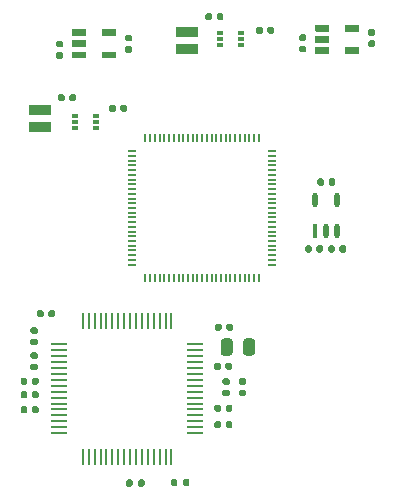
<source format=gtp>
G04 #@! TF.GenerationSoftware,KiCad,Pcbnew,(5.1.10)-1*
G04 #@! TF.CreationDate,2022-03-18T02:24:13-07:00*
G04 #@! TF.ProjectId,Chekov,4368656b-6f76-42e6-9b69-6361645f7063,rev?*
G04 #@! TF.SameCoordinates,Original*
G04 #@! TF.FileFunction,Paste,Top*
G04 #@! TF.FilePolarity,Positive*
%FSLAX46Y46*%
G04 Gerber Fmt 4.6, Leading zero omitted, Abs format (unit mm)*
G04 Created by KiCad (PCBNEW (5.1.10)-1) date 2022-03-18 02:24:13*
%MOMM*%
%LPD*%
G01*
G04 APERTURE LIST*
%ADD10O,0.457200X1.219200*%
%ADD11R,0.457200X1.219200*%
%ADD12O,0.200000X0.800000*%
%ADD13O,0.800000X0.200000*%
%ADD14R,1.346200X0.279400*%
%ADD15R,0.279400X1.346200*%
%ADD16R,0.500000X0.300000*%
%ADD17R,1.900000X0.850000*%
G04 APERTURE END LIST*
D10*
G04 #@! TO.C,U7*
X106034799Y-67981200D03*
X107934801Y-67981200D03*
X107934801Y-70601200D03*
X106984800Y-70601200D03*
D11*
X106034799Y-70601200D03*
G04 #@! TD*
G04 #@! TO.C,C24*
G36*
G01*
X107235600Y-66616400D02*
X107235600Y-66276400D01*
G75*
G02*
X107375600Y-66136400I140000J0D01*
G01*
X107655600Y-66136400D01*
G75*
G02*
X107795600Y-66276400I0J-140000D01*
G01*
X107795600Y-66616400D01*
G75*
G02*
X107655600Y-66756400I-140000J0D01*
G01*
X107375600Y-66756400D01*
G75*
G02*
X107235600Y-66616400I0J140000D01*
G01*
G37*
G36*
G01*
X106275600Y-66616400D02*
X106275600Y-66276400D01*
G75*
G02*
X106415600Y-66136400I140000J0D01*
G01*
X106695600Y-66136400D01*
G75*
G02*
X106835600Y-66276400I0J-140000D01*
G01*
X106835600Y-66616400D01*
G75*
G02*
X106695600Y-66756400I-140000J0D01*
G01*
X106415600Y-66756400D01*
G75*
G02*
X106275600Y-66616400I0J140000D01*
G01*
G37*
G04 #@! TD*
G04 #@! TO.C,C23*
G36*
G01*
X107750000Y-71940600D02*
X107750000Y-72280600D01*
G75*
G02*
X107610000Y-72420600I-140000J0D01*
G01*
X107330000Y-72420600D01*
G75*
G02*
X107190000Y-72280600I0J140000D01*
G01*
X107190000Y-71940600D01*
G75*
G02*
X107330000Y-71800600I140000J0D01*
G01*
X107610000Y-71800600D01*
G75*
G02*
X107750000Y-71940600I0J-140000D01*
G01*
G37*
G36*
G01*
X108710000Y-71940600D02*
X108710000Y-72280600D01*
G75*
G02*
X108570000Y-72420600I-140000J0D01*
G01*
X108290000Y-72420600D01*
G75*
G02*
X108150000Y-72280600I0J140000D01*
G01*
X108150000Y-71940600D01*
G75*
G02*
X108290000Y-71800600I140000J0D01*
G01*
X108570000Y-71800600D01*
G75*
G02*
X108710000Y-71940600I0J-140000D01*
G01*
G37*
G04 #@! TD*
G04 #@! TO.C,C22*
G36*
G01*
X106194200Y-72280600D02*
X106194200Y-71940600D01*
G75*
G02*
X106334200Y-71800600I140000J0D01*
G01*
X106614200Y-71800600D01*
G75*
G02*
X106754200Y-71940600I0J-140000D01*
G01*
X106754200Y-72280600D01*
G75*
G02*
X106614200Y-72420600I-140000J0D01*
G01*
X106334200Y-72420600D01*
G75*
G02*
X106194200Y-72280600I0J140000D01*
G01*
G37*
G36*
G01*
X105234200Y-72280600D02*
X105234200Y-71940600D01*
G75*
G02*
X105374200Y-71800600I140000J0D01*
G01*
X105654200Y-71800600D01*
G75*
G02*
X105794200Y-71940600I0J-140000D01*
G01*
X105794200Y-72280600D01*
G75*
G02*
X105654200Y-72420600I-140000J0D01*
G01*
X105374200Y-72420600D01*
G75*
G02*
X105234200Y-72280600I0J140000D01*
G01*
G37*
G04 #@! TD*
D12*
G04 #@! TO.C,U6*
X91720000Y-62738000D03*
X92120000Y-62738000D03*
X92520000Y-62738000D03*
X92920000Y-62738000D03*
X93320000Y-62738000D03*
X93720000Y-62738000D03*
X94120000Y-62738000D03*
X94520000Y-62738000D03*
X94920000Y-62738000D03*
X95320000Y-62738000D03*
X95720000Y-62738000D03*
X96120000Y-62738000D03*
X96520000Y-62738000D03*
X96920000Y-62738000D03*
X97320000Y-62738000D03*
X97720000Y-62738000D03*
X98120000Y-62738000D03*
X98520000Y-62738000D03*
X98920000Y-62738000D03*
X99320000Y-62738000D03*
X99720000Y-62738000D03*
X100120000Y-62738000D03*
X100520000Y-62738000D03*
X100920000Y-62738000D03*
X101320000Y-62738000D03*
D13*
X102420000Y-63838000D03*
X102420000Y-64238000D03*
X102420000Y-64638000D03*
X102420000Y-65038000D03*
X102420000Y-65438000D03*
X102420000Y-65838000D03*
X102420000Y-66238000D03*
X102420000Y-66638000D03*
X102420000Y-67038000D03*
X102420000Y-67438000D03*
X102420000Y-67838000D03*
X102420000Y-68238000D03*
X102420000Y-68638000D03*
X102420000Y-69038000D03*
X102420000Y-69438000D03*
X102420000Y-69838000D03*
X102420000Y-70238000D03*
X102420000Y-70638000D03*
X102420000Y-71038000D03*
X102420000Y-71438000D03*
X102420000Y-71838000D03*
X102420000Y-72238000D03*
X102420000Y-72638000D03*
X102420000Y-73038000D03*
X102420000Y-73438000D03*
D12*
X101320000Y-74538000D03*
X100920000Y-74538000D03*
X100520000Y-74538000D03*
X100120000Y-74538000D03*
X99720000Y-74538000D03*
X99320000Y-74538000D03*
X98920000Y-74538000D03*
X98520000Y-74538000D03*
X98120000Y-74538000D03*
X97720000Y-74538000D03*
X97320000Y-74538000D03*
X96920000Y-74538000D03*
X96520000Y-74538000D03*
X96120000Y-74538000D03*
X95720000Y-74538000D03*
X95320000Y-74538000D03*
X94920000Y-74538000D03*
X94520000Y-74538000D03*
X94120000Y-74538000D03*
X93720000Y-74538000D03*
X93320000Y-74538000D03*
X92920000Y-74538000D03*
X92520000Y-74538000D03*
X92120000Y-74538000D03*
X91720000Y-74538000D03*
D13*
X90620000Y-73438000D03*
X90620000Y-73038000D03*
X90620000Y-72638000D03*
X90620000Y-72238000D03*
X90620000Y-71838000D03*
X90620000Y-71438000D03*
X90620000Y-71038000D03*
X90620000Y-70638000D03*
X90620000Y-70238000D03*
X90620000Y-69838000D03*
X90620000Y-69438000D03*
X90620000Y-69038000D03*
X90620000Y-68638000D03*
X90620000Y-68238000D03*
X90620000Y-67838000D03*
X90620000Y-67438000D03*
X90620000Y-67038000D03*
X90620000Y-66638000D03*
X90620000Y-66238000D03*
X90620000Y-65838000D03*
X90620000Y-65438000D03*
X90620000Y-65038000D03*
X90620000Y-64638000D03*
X90620000Y-64238000D03*
X90620000Y-63838000D03*
G04 #@! TD*
G04 #@! TO.C,R2*
G36*
G01*
X91113580Y-92120300D02*
X91113580Y-91750300D01*
G75*
G02*
X91248580Y-91615300I135000J0D01*
G01*
X91518580Y-91615300D01*
G75*
G02*
X91653580Y-91750300I0J-135000D01*
G01*
X91653580Y-92120300D01*
G75*
G02*
X91518580Y-92255300I-135000J0D01*
G01*
X91248580Y-92255300D01*
G75*
G02*
X91113580Y-92120300I0J135000D01*
G01*
G37*
G36*
G01*
X90093580Y-92120300D02*
X90093580Y-91750300D01*
G75*
G02*
X90228580Y-91615300I135000J0D01*
G01*
X90498580Y-91615300D01*
G75*
G02*
X90633580Y-91750300I0J-135000D01*
G01*
X90633580Y-92120300D01*
G75*
G02*
X90498580Y-92255300I-135000J0D01*
G01*
X90228580Y-92255300D01*
G75*
G02*
X90093580Y-92120300I0J135000D01*
G01*
G37*
G04 #@! TD*
G04 #@! TO.C,R1*
G36*
G01*
X94903260Y-92072040D02*
X94903260Y-91702040D01*
G75*
G02*
X95038260Y-91567040I135000J0D01*
G01*
X95308260Y-91567040D01*
G75*
G02*
X95443260Y-91702040I0J-135000D01*
G01*
X95443260Y-92072040D01*
G75*
G02*
X95308260Y-92207040I-135000J0D01*
G01*
X95038260Y-92207040D01*
G75*
G02*
X94903260Y-92072040I0J135000D01*
G01*
G37*
G36*
G01*
X93883260Y-92072040D02*
X93883260Y-91702040D01*
G75*
G02*
X94018260Y-91567040I135000J0D01*
G01*
X94288260Y-91567040D01*
G75*
G02*
X94423260Y-91702040I0J-135000D01*
G01*
X94423260Y-92072040D01*
G75*
G02*
X94288260Y-92207040I-135000J0D01*
G01*
X94018260Y-92207040D01*
G75*
G02*
X93883260Y-92072040I0J135000D01*
G01*
G37*
G04 #@! TD*
G04 #@! TO.C,C4*
G36*
G01*
X97764000Y-52621000D02*
X97764000Y-52281000D01*
G75*
G02*
X97904000Y-52141000I140000J0D01*
G01*
X98184000Y-52141000D01*
G75*
G02*
X98324000Y-52281000I0J-140000D01*
G01*
X98324000Y-52621000D01*
G75*
G02*
X98184000Y-52761000I-140000J0D01*
G01*
X97904000Y-52761000D01*
G75*
G02*
X97764000Y-52621000I0J140000D01*
G01*
G37*
G36*
G01*
X96804000Y-52621000D02*
X96804000Y-52281000D01*
G75*
G02*
X96944000Y-52141000I140000J0D01*
G01*
X97224000Y-52141000D01*
G75*
G02*
X97364000Y-52281000I0J-140000D01*
G01*
X97364000Y-52621000D01*
G75*
G02*
X97224000Y-52761000I-140000J0D01*
G01*
X96944000Y-52761000D01*
G75*
G02*
X96804000Y-52621000I0J140000D01*
G01*
G37*
G04 #@! TD*
G04 #@! TO.C,C8*
G36*
G01*
X99092600Y-79938860D02*
X99092600Y-80888860D01*
G75*
G02*
X98842600Y-81138860I-250000J0D01*
G01*
X98342600Y-81138860D01*
G75*
G02*
X98092600Y-80888860I0J250000D01*
G01*
X98092600Y-79938860D01*
G75*
G02*
X98342600Y-79688860I250000J0D01*
G01*
X98842600Y-79688860D01*
G75*
G02*
X99092600Y-79938860I0J-250000D01*
G01*
G37*
G36*
G01*
X100992600Y-79938860D02*
X100992600Y-80888860D01*
G75*
G02*
X100742600Y-81138860I-250000J0D01*
G01*
X100242600Y-81138860D01*
G75*
G02*
X99992600Y-80888860I0J250000D01*
G01*
X99992600Y-79938860D01*
G75*
G02*
X100242600Y-79688860I250000J0D01*
G01*
X100742600Y-79688860D01*
G75*
G02*
X100992600Y-79938860I0J-250000D01*
G01*
G37*
G04 #@! TD*
G04 #@! TO.C,U5*
G36*
G01*
X108600000Y-53659700D02*
X108600000Y-53152300D01*
G75*
G02*
X108641300Y-53111000I41300J0D01*
G01*
X109768700Y-53111000D01*
G75*
G02*
X109810000Y-53152300I0J-41300D01*
G01*
X109810000Y-53659700D01*
G75*
G02*
X109768700Y-53701000I-41300J0D01*
G01*
X108641300Y-53701000D01*
G75*
G02*
X108600000Y-53659700I0J41300D01*
G01*
G37*
G36*
G01*
X108600000Y-55559700D02*
X108600000Y-55052300D01*
G75*
G02*
X108641300Y-55011000I41300J0D01*
G01*
X109768700Y-55011000D01*
G75*
G02*
X109810000Y-55052300I0J-41300D01*
G01*
X109810000Y-55559700D01*
G75*
G02*
X109768700Y-55601000I-41300J0D01*
G01*
X108641300Y-55601000D01*
G75*
G02*
X108600000Y-55559700I0J41300D01*
G01*
G37*
G36*
G01*
X106090000Y-55559700D02*
X106090000Y-55052300D01*
G75*
G02*
X106131300Y-55011000I41300J0D01*
G01*
X107258700Y-55011000D01*
G75*
G02*
X107300000Y-55052300I0J-41300D01*
G01*
X107300000Y-55559700D01*
G75*
G02*
X107258700Y-55601000I-41300J0D01*
G01*
X106131300Y-55601000D01*
G75*
G02*
X106090000Y-55559700I0J41300D01*
G01*
G37*
G36*
G01*
X106090000Y-54609700D02*
X106090000Y-54102300D01*
G75*
G02*
X106131300Y-54061000I41300J0D01*
G01*
X107258700Y-54061000D01*
G75*
G02*
X107300000Y-54102300I0J-41300D01*
G01*
X107300000Y-54609700D01*
G75*
G02*
X107258700Y-54651000I-41300J0D01*
G01*
X106131300Y-54651000D01*
G75*
G02*
X106090000Y-54609700I0J41300D01*
G01*
G37*
G36*
G01*
X106090000Y-53659700D02*
X106090000Y-53152300D01*
G75*
G02*
X106131300Y-53111000I41300J0D01*
G01*
X107258700Y-53111000D01*
G75*
G02*
X107300000Y-53152300I0J-41300D01*
G01*
X107300000Y-53659700D01*
G75*
G02*
X107258700Y-53701000I-41300J0D01*
G01*
X106131300Y-53701000D01*
G75*
G02*
X106090000Y-53659700I0J41300D01*
G01*
G37*
G04 #@! TD*
D14*
G04 #@! TO.C,U4*
X84391500Y-87697000D03*
X84391500Y-87197001D03*
X84391500Y-86697000D03*
X84391500Y-86197001D03*
X84391500Y-85696999D03*
X84391500Y-85197000D03*
X84391500Y-84697001D03*
X84391500Y-84197000D03*
X84391500Y-83697000D03*
X84391500Y-83196999D03*
X84391500Y-82697000D03*
X84391500Y-82197001D03*
X84391500Y-81696999D03*
X84391500Y-81197000D03*
X84391500Y-80696999D03*
X84391500Y-80197000D03*
D15*
X86420000Y-78168500D03*
X86919999Y-78168500D03*
X87420000Y-78168500D03*
X87919999Y-78168500D03*
X88420001Y-78168500D03*
X88920000Y-78168500D03*
X89419999Y-78168500D03*
X89920000Y-78168500D03*
X90420000Y-78168500D03*
X90920001Y-78168500D03*
X91420000Y-78168500D03*
X91919999Y-78168500D03*
X92420001Y-78168500D03*
X92920000Y-78168500D03*
X93420001Y-78168500D03*
X93920000Y-78168500D03*
D14*
X95948500Y-80197000D03*
X95948500Y-80696999D03*
X95948500Y-81197000D03*
X95948500Y-81696999D03*
X95948500Y-82197001D03*
X95948500Y-82697000D03*
X95948500Y-83196999D03*
X95948500Y-83697000D03*
X95948500Y-84197000D03*
X95948500Y-84697001D03*
X95948500Y-85197000D03*
X95948500Y-85696999D03*
X95948500Y-86197001D03*
X95948500Y-86697000D03*
X95948500Y-87197001D03*
X95948500Y-87697000D03*
D15*
X93920000Y-89725500D03*
X93420001Y-89725500D03*
X92920000Y-89725500D03*
X92420001Y-89725500D03*
X91919999Y-89725500D03*
X91420000Y-89725500D03*
X90920001Y-89725500D03*
X90420000Y-89725500D03*
X89920000Y-89725500D03*
X89419999Y-89725500D03*
X88920000Y-89725500D03*
X88420001Y-89725500D03*
X87919999Y-89725500D03*
X87420000Y-89725500D03*
X86919999Y-89725500D03*
X86420000Y-89725500D03*
G04 #@! TD*
G04 #@! TO.C,U3*
G36*
G01*
X88026000Y-54040700D02*
X88026000Y-53533300D01*
G75*
G02*
X88067300Y-53492000I41300J0D01*
G01*
X89194700Y-53492000D01*
G75*
G02*
X89236000Y-53533300I0J-41300D01*
G01*
X89236000Y-54040700D01*
G75*
G02*
X89194700Y-54082000I-41300J0D01*
G01*
X88067300Y-54082000D01*
G75*
G02*
X88026000Y-54040700I0J41300D01*
G01*
G37*
G36*
G01*
X88026000Y-55940700D02*
X88026000Y-55433300D01*
G75*
G02*
X88067300Y-55392000I41300J0D01*
G01*
X89194700Y-55392000D01*
G75*
G02*
X89236000Y-55433300I0J-41300D01*
G01*
X89236000Y-55940700D01*
G75*
G02*
X89194700Y-55982000I-41300J0D01*
G01*
X88067300Y-55982000D01*
G75*
G02*
X88026000Y-55940700I0J41300D01*
G01*
G37*
G36*
G01*
X85516000Y-55940700D02*
X85516000Y-55433300D01*
G75*
G02*
X85557300Y-55392000I41300J0D01*
G01*
X86684700Y-55392000D01*
G75*
G02*
X86726000Y-55433300I0J-41300D01*
G01*
X86726000Y-55940700D01*
G75*
G02*
X86684700Y-55982000I-41300J0D01*
G01*
X85557300Y-55982000D01*
G75*
G02*
X85516000Y-55940700I0J41300D01*
G01*
G37*
G36*
G01*
X85516000Y-54990700D02*
X85516000Y-54483300D01*
G75*
G02*
X85557300Y-54442000I41300J0D01*
G01*
X86684700Y-54442000D01*
G75*
G02*
X86726000Y-54483300I0J-41300D01*
G01*
X86726000Y-54990700D01*
G75*
G02*
X86684700Y-55032000I-41300J0D01*
G01*
X85557300Y-55032000D01*
G75*
G02*
X85516000Y-54990700I0J41300D01*
G01*
G37*
G36*
G01*
X85516000Y-54040700D02*
X85516000Y-53533300D01*
G75*
G02*
X85557300Y-53492000I41300J0D01*
G01*
X86684700Y-53492000D01*
G75*
G02*
X86726000Y-53533300I0J-41300D01*
G01*
X86726000Y-54040700D01*
G75*
G02*
X86684700Y-54082000I-41300J0D01*
G01*
X85557300Y-54082000D01*
G75*
G02*
X85516000Y-54040700I0J41300D01*
G01*
G37*
G04 #@! TD*
D16*
G04 #@! TO.C,U2*
X99833000Y-53856000D03*
X99833000Y-54356000D03*
X99833000Y-54856000D03*
X98033000Y-54856000D03*
X98033000Y-54356000D03*
X98033000Y-53856000D03*
G04 #@! TD*
G04 #@! TO.C,U1*
X87514000Y-60841000D03*
X87514000Y-61341000D03*
X87514000Y-61841000D03*
X85714000Y-61841000D03*
X85714000Y-61341000D03*
X85714000Y-60841000D03*
G04 #@! TD*
D17*
G04 #@! TO.C,L2*
X95250000Y-55208000D03*
X95250000Y-53758000D03*
G04 #@! TD*
G04 #@! TO.C,L1*
X82767000Y-61812000D03*
X82767000Y-60362000D03*
G04 #@! TD*
G04 #@! TO.C,C21*
G36*
G01*
X111041000Y-54057000D02*
X110701000Y-54057000D01*
G75*
G02*
X110561000Y-53917000I0J140000D01*
G01*
X110561000Y-53637000D01*
G75*
G02*
X110701000Y-53497000I140000J0D01*
G01*
X111041000Y-53497000D01*
G75*
G02*
X111181000Y-53637000I0J-140000D01*
G01*
X111181000Y-53917000D01*
G75*
G02*
X111041000Y-54057000I-140000J0D01*
G01*
G37*
G36*
G01*
X111041000Y-55017000D02*
X110701000Y-55017000D01*
G75*
G02*
X110561000Y-54877000I0J140000D01*
G01*
X110561000Y-54597000D01*
G75*
G02*
X110701000Y-54457000I140000J0D01*
G01*
X111041000Y-54457000D01*
G75*
G02*
X111181000Y-54597000I0J-140000D01*
G01*
X111181000Y-54877000D01*
G75*
G02*
X111041000Y-55017000I-140000J0D01*
G01*
G37*
G04 #@! TD*
G04 #@! TO.C,C20*
G36*
G01*
X81715000Y-84285000D02*
X81715000Y-84625000D01*
G75*
G02*
X81575000Y-84765000I-140000J0D01*
G01*
X81295000Y-84765000D01*
G75*
G02*
X81155000Y-84625000I0J140000D01*
G01*
X81155000Y-84285000D01*
G75*
G02*
X81295000Y-84145000I140000J0D01*
G01*
X81575000Y-84145000D01*
G75*
G02*
X81715000Y-84285000I0J-140000D01*
G01*
G37*
G36*
G01*
X82675000Y-84285000D02*
X82675000Y-84625000D01*
G75*
G02*
X82535000Y-84765000I-140000J0D01*
G01*
X82255000Y-84765000D01*
G75*
G02*
X82115000Y-84625000I0J140000D01*
G01*
X82115000Y-84285000D01*
G75*
G02*
X82255000Y-84145000I140000J0D01*
G01*
X82535000Y-84145000D01*
G75*
G02*
X82675000Y-84285000I0J-140000D01*
G01*
G37*
G04 #@! TD*
G04 #@! TO.C,C19*
G36*
G01*
X81715000Y-83142000D02*
X81715000Y-83482000D01*
G75*
G02*
X81575000Y-83622000I-140000J0D01*
G01*
X81295000Y-83622000D01*
G75*
G02*
X81155000Y-83482000I0J140000D01*
G01*
X81155000Y-83142000D01*
G75*
G02*
X81295000Y-83002000I140000J0D01*
G01*
X81575000Y-83002000D01*
G75*
G02*
X81715000Y-83142000I0J-140000D01*
G01*
G37*
G36*
G01*
X82675000Y-83142000D02*
X82675000Y-83482000D01*
G75*
G02*
X82535000Y-83622000I-140000J0D01*
G01*
X82255000Y-83622000D01*
G75*
G02*
X82115000Y-83482000I0J140000D01*
G01*
X82115000Y-83142000D01*
G75*
G02*
X82255000Y-83002000I140000J0D01*
G01*
X82535000Y-83002000D01*
G75*
G02*
X82675000Y-83142000I0J-140000D01*
G01*
G37*
G04 #@! TD*
G04 #@! TO.C,C18*
G36*
G01*
X83112000Y-77427000D02*
X83112000Y-77767000D01*
G75*
G02*
X82972000Y-77907000I-140000J0D01*
G01*
X82692000Y-77907000D01*
G75*
G02*
X82552000Y-77767000I0J140000D01*
G01*
X82552000Y-77427000D01*
G75*
G02*
X82692000Y-77287000I140000J0D01*
G01*
X82972000Y-77287000D01*
G75*
G02*
X83112000Y-77427000I0J-140000D01*
G01*
G37*
G36*
G01*
X84072000Y-77427000D02*
X84072000Y-77767000D01*
G75*
G02*
X83932000Y-77907000I-140000J0D01*
G01*
X83652000Y-77907000D01*
G75*
G02*
X83512000Y-77767000I0J140000D01*
G01*
X83512000Y-77427000D01*
G75*
G02*
X83652000Y-77287000I140000J0D01*
G01*
X83932000Y-77287000D01*
G75*
G02*
X84072000Y-77427000I0J-140000D01*
G01*
G37*
G04 #@! TD*
G04 #@! TO.C,C17*
G36*
G01*
X82126000Y-79702000D02*
X82466000Y-79702000D01*
G75*
G02*
X82606000Y-79842000I0J-140000D01*
G01*
X82606000Y-80122000D01*
G75*
G02*
X82466000Y-80262000I-140000J0D01*
G01*
X82126000Y-80262000D01*
G75*
G02*
X81986000Y-80122000I0J140000D01*
G01*
X81986000Y-79842000D01*
G75*
G02*
X82126000Y-79702000I140000J0D01*
G01*
G37*
G36*
G01*
X82126000Y-78742000D02*
X82466000Y-78742000D01*
G75*
G02*
X82606000Y-78882000I0J-140000D01*
G01*
X82606000Y-79162000D01*
G75*
G02*
X82466000Y-79302000I-140000J0D01*
G01*
X82126000Y-79302000D01*
G75*
G02*
X81986000Y-79162000I0J140000D01*
G01*
X81986000Y-78882000D01*
G75*
G02*
X82126000Y-78742000I140000J0D01*
G01*
G37*
G04 #@! TD*
G04 #@! TO.C,C16*
G36*
G01*
X81715000Y-85555000D02*
X81715000Y-85895000D01*
G75*
G02*
X81575000Y-86035000I-140000J0D01*
G01*
X81295000Y-86035000D01*
G75*
G02*
X81155000Y-85895000I0J140000D01*
G01*
X81155000Y-85555000D01*
G75*
G02*
X81295000Y-85415000I140000J0D01*
G01*
X81575000Y-85415000D01*
G75*
G02*
X81715000Y-85555000I0J-140000D01*
G01*
G37*
G36*
G01*
X82675000Y-85555000D02*
X82675000Y-85895000D01*
G75*
G02*
X82535000Y-86035000I-140000J0D01*
G01*
X82255000Y-86035000D01*
G75*
G02*
X82115000Y-85895000I0J140000D01*
G01*
X82115000Y-85555000D01*
G75*
G02*
X82255000Y-85415000I140000J0D01*
G01*
X82535000Y-85415000D01*
G75*
G02*
X82675000Y-85555000I0J-140000D01*
G01*
G37*
G04 #@! TD*
G04 #@! TO.C,C15*
G36*
G01*
X82466000Y-81433000D02*
X82126000Y-81433000D01*
G75*
G02*
X81986000Y-81293000I0J140000D01*
G01*
X81986000Y-81013000D01*
G75*
G02*
X82126000Y-80873000I140000J0D01*
G01*
X82466000Y-80873000D01*
G75*
G02*
X82606000Y-81013000I0J-140000D01*
G01*
X82606000Y-81293000D01*
G75*
G02*
X82466000Y-81433000I-140000J0D01*
G01*
G37*
G36*
G01*
X82466000Y-82393000D02*
X82126000Y-82393000D01*
G75*
G02*
X81986000Y-82253000I0J140000D01*
G01*
X81986000Y-81973000D01*
G75*
G02*
X82126000Y-81833000I140000J0D01*
G01*
X82466000Y-81833000D01*
G75*
G02*
X82606000Y-81973000I0J-140000D01*
G01*
X82606000Y-82253000D01*
G75*
G02*
X82466000Y-82393000I-140000J0D01*
G01*
G37*
G04 #@! TD*
G04 #@! TO.C,C14*
G36*
G01*
X105199000Y-54509000D02*
X104859000Y-54509000D01*
G75*
G02*
X104719000Y-54369000I0J140000D01*
G01*
X104719000Y-54089000D01*
G75*
G02*
X104859000Y-53949000I140000J0D01*
G01*
X105199000Y-53949000D01*
G75*
G02*
X105339000Y-54089000I0J-140000D01*
G01*
X105339000Y-54369000D01*
G75*
G02*
X105199000Y-54509000I-140000J0D01*
G01*
G37*
G36*
G01*
X105199000Y-55469000D02*
X104859000Y-55469000D01*
G75*
G02*
X104719000Y-55329000I0J140000D01*
G01*
X104719000Y-55049000D01*
G75*
G02*
X104859000Y-54909000I140000J0D01*
G01*
X105199000Y-54909000D01*
G75*
G02*
X105339000Y-55049000I0J-140000D01*
G01*
X105339000Y-55329000D01*
G75*
G02*
X105199000Y-55469000I-140000J0D01*
G01*
G37*
G04 #@! TD*
G04 #@! TO.C,C13*
G36*
G01*
X90467000Y-54537000D02*
X90127000Y-54537000D01*
G75*
G02*
X89987000Y-54397000I0J140000D01*
G01*
X89987000Y-54117000D01*
G75*
G02*
X90127000Y-53977000I140000J0D01*
G01*
X90467000Y-53977000D01*
G75*
G02*
X90607000Y-54117000I0J-140000D01*
G01*
X90607000Y-54397000D01*
G75*
G02*
X90467000Y-54537000I-140000J0D01*
G01*
G37*
G36*
G01*
X90467000Y-55497000D02*
X90127000Y-55497000D01*
G75*
G02*
X89987000Y-55357000I0J140000D01*
G01*
X89987000Y-55077000D01*
G75*
G02*
X90127000Y-54937000I140000J0D01*
G01*
X90467000Y-54937000D01*
G75*
G02*
X90607000Y-55077000I0J-140000D01*
G01*
X90607000Y-55357000D01*
G75*
G02*
X90467000Y-55497000I-140000J0D01*
G01*
G37*
G04 #@! TD*
G04 #@! TO.C,C12*
G36*
G01*
X98722000Y-83620000D02*
X98382000Y-83620000D01*
G75*
G02*
X98242000Y-83480000I0J140000D01*
G01*
X98242000Y-83200000D01*
G75*
G02*
X98382000Y-83060000I140000J0D01*
G01*
X98722000Y-83060000D01*
G75*
G02*
X98862000Y-83200000I0J-140000D01*
G01*
X98862000Y-83480000D01*
G75*
G02*
X98722000Y-83620000I-140000J0D01*
G01*
G37*
G36*
G01*
X98722000Y-84580000D02*
X98382000Y-84580000D01*
G75*
G02*
X98242000Y-84440000I0J140000D01*
G01*
X98242000Y-84160000D01*
G75*
G02*
X98382000Y-84020000I140000J0D01*
G01*
X98722000Y-84020000D01*
G75*
G02*
X98862000Y-84160000I0J-140000D01*
G01*
X98862000Y-84440000D01*
G75*
G02*
X98722000Y-84580000I-140000J0D01*
G01*
G37*
G04 #@! TD*
G04 #@! TO.C,C11*
G36*
G01*
X98526000Y-87165000D02*
X98526000Y-86825000D01*
G75*
G02*
X98666000Y-86685000I140000J0D01*
G01*
X98946000Y-86685000D01*
G75*
G02*
X99086000Y-86825000I0J-140000D01*
G01*
X99086000Y-87165000D01*
G75*
G02*
X98946000Y-87305000I-140000J0D01*
G01*
X98666000Y-87305000D01*
G75*
G02*
X98526000Y-87165000I0J140000D01*
G01*
G37*
G36*
G01*
X97566000Y-87165000D02*
X97566000Y-86825000D01*
G75*
G02*
X97706000Y-86685000I140000J0D01*
G01*
X97986000Y-86685000D01*
G75*
G02*
X98126000Y-86825000I0J-140000D01*
G01*
X98126000Y-87165000D01*
G75*
G02*
X97986000Y-87305000I-140000J0D01*
G01*
X97706000Y-87305000D01*
G75*
G02*
X97566000Y-87165000I0J140000D01*
G01*
G37*
G04 #@! TD*
G04 #@! TO.C,C10*
G36*
G01*
X98526000Y-85768000D02*
X98526000Y-85428000D01*
G75*
G02*
X98666000Y-85288000I140000J0D01*
G01*
X98946000Y-85288000D01*
G75*
G02*
X99086000Y-85428000I0J-140000D01*
G01*
X99086000Y-85768000D01*
G75*
G02*
X98946000Y-85908000I-140000J0D01*
G01*
X98666000Y-85908000D01*
G75*
G02*
X98526000Y-85768000I0J140000D01*
G01*
G37*
G36*
G01*
X97566000Y-85768000D02*
X97566000Y-85428000D01*
G75*
G02*
X97706000Y-85288000I140000J0D01*
G01*
X97986000Y-85288000D01*
G75*
G02*
X98126000Y-85428000I0J-140000D01*
G01*
X98126000Y-85768000D01*
G75*
G02*
X97986000Y-85908000I-140000J0D01*
G01*
X97706000Y-85908000D01*
G75*
G02*
X97566000Y-85768000I0J140000D01*
G01*
G37*
G04 #@! TD*
G04 #@! TO.C,C9*
G36*
G01*
X98174200Y-78570000D02*
X98174200Y-78910000D01*
G75*
G02*
X98034200Y-79050000I-140000J0D01*
G01*
X97754200Y-79050000D01*
G75*
G02*
X97614200Y-78910000I0J140000D01*
G01*
X97614200Y-78570000D01*
G75*
G02*
X97754200Y-78430000I140000J0D01*
G01*
X98034200Y-78430000D01*
G75*
G02*
X98174200Y-78570000I0J-140000D01*
G01*
G37*
G36*
G01*
X99134200Y-78570000D02*
X99134200Y-78910000D01*
G75*
G02*
X98994200Y-79050000I-140000J0D01*
G01*
X98714200Y-79050000D01*
G75*
G02*
X98574200Y-78910000I0J140000D01*
G01*
X98574200Y-78570000D01*
G75*
G02*
X98714200Y-78430000I140000J0D01*
G01*
X98994200Y-78430000D01*
G75*
G02*
X99134200Y-78570000I0J-140000D01*
G01*
G37*
G04 #@! TD*
G04 #@! TO.C,C7*
G36*
G01*
X98098000Y-81872000D02*
X98098000Y-82212000D01*
G75*
G02*
X97958000Y-82352000I-140000J0D01*
G01*
X97678000Y-82352000D01*
G75*
G02*
X97538000Y-82212000I0J140000D01*
G01*
X97538000Y-81872000D01*
G75*
G02*
X97678000Y-81732000I140000J0D01*
G01*
X97958000Y-81732000D01*
G75*
G02*
X98098000Y-81872000I0J-140000D01*
G01*
G37*
G36*
G01*
X99058000Y-81872000D02*
X99058000Y-82212000D01*
G75*
G02*
X98918000Y-82352000I-140000J0D01*
G01*
X98638000Y-82352000D01*
G75*
G02*
X98498000Y-82212000I0J140000D01*
G01*
X98498000Y-81872000D01*
G75*
G02*
X98638000Y-81732000I140000J0D01*
G01*
X98918000Y-81732000D01*
G75*
G02*
X99058000Y-81872000I0J-140000D01*
G01*
G37*
G04 #@! TD*
G04 #@! TO.C,C6*
G36*
G01*
X100119000Y-83620000D02*
X99779000Y-83620000D01*
G75*
G02*
X99639000Y-83480000I0J140000D01*
G01*
X99639000Y-83200000D01*
G75*
G02*
X99779000Y-83060000I140000J0D01*
G01*
X100119000Y-83060000D01*
G75*
G02*
X100259000Y-83200000I0J-140000D01*
G01*
X100259000Y-83480000D01*
G75*
G02*
X100119000Y-83620000I-140000J0D01*
G01*
G37*
G36*
G01*
X100119000Y-84580000D02*
X99779000Y-84580000D01*
G75*
G02*
X99639000Y-84440000I0J140000D01*
G01*
X99639000Y-84160000D01*
G75*
G02*
X99779000Y-84020000I140000J0D01*
G01*
X100119000Y-84020000D01*
G75*
G02*
X100259000Y-84160000I0J-140000D01*
G01*
X100259000Y-84440000D01*
G75*
G02*
X100119000Y-84580000I-140000J0D01*
G01*
G37*
G04 #@! TD*
G04 #@! TO.C,C5*
G36*
G01*
X84625000Y-55045000D02*
X84285000Y-55045000D01*
G75*
G02*
X84145000Y-54905000I0J140000D01*
G01*
X84145000Y-54625000D01*
G75*
G02*
X84285000Y-54485000I140000J0D01*
G01*
X84625000Y-54485000D01*
G75*
G02*
X84765000Y-54625000I0J-140000D01*
G01*
X84765000Y-54905000D01*
G75*
G02*
X84625000Y-55045000I-140000J0D01*
G01*
G37*
G36*
G01*
X84625000Y-56005000D02*
X84285000Y-56005000D01*
G75*
G02*
X84145000Y-55865000I0J140000D01*
G01*
X84145000Y-55585000D01*
G75*
G02*
X84285000Y-55445000I140000J0D01*
G01*
X84625000Y-55445000D01*
G75*
G02*
X84765000Y-55585000I0J-140000D01*
G01*
X84765000Y-55865000D01*
G75*
G02*
X84625000Y-56005000I-140000J0D01*
G01*
G37*
G04 #@! TD*
G04 #@! TO.C,C3*
G36*
G01*
X85290000Y-59479000D02*
X85290000Y-59139000D01*
G75*
G02*
X85430000Y-58999000I140000J0D01*
G01*
X85710000Y-58999000D01*
G75*
G02*
X85850000Y-59139000I0J-140000D01*
G01*
X85850000Y-59479000D01*
G75*
G02*
X85710000Y-59619000I-140000J0D01*
G01*
X85430000Y-59619000D01*
G75*
G02*
X85290000Y-59479000I0J140000D01*
G01*
G37*
G36*
G01*
X84330000Y-59479000D02*
X84330000Y-59139000D01*
G75*
G02*
X84470000Y-58999000I140000J0D01*
G01*
X84750000Y-58999000D01*
G75*
G02*
X84890000Y-59139000I0J-140000D01*
G01*
X84890000Y-59479000D01*
G75*
G02*
X84750000Y-59619000I-140000J0D01*
G01*
X84470000Y-59619000D01*
G75*
G02*
X84330000Y-59479000I0J140000D01*
G01*
G37*
G04 #@! TD*
G04 #@! TO.C,C2*
G36*
G01*
X102054000Y-53764000D02*
X102054000Y-53424000D01*
G75*
G02*
X102194000Y-53284000I140000J0D01*
G01*
X102474000Y-53284000D01*
G75*
G02*
X102614000Y-53424000I0J-140000D01*
G01*
X102614000Y-53764000D01*
G75*
G02*
X102474000Y-53904000I-140000J0D01*
G01*
X102194000Y-53904000D01*
G75*
G02*
X102054000Y-53764000I0J140000D01*
G01*
G37*
G36*
G01*
X101094000Y-53764000D02*
X101094000Y-53424000D01*
G75*
G02*
X101234000Y-53284000I140000J0D01*
G01*
X101514000Y-53284000D01*
G75*
G02*
X101654000Y-53424000I0J-140000D01*
G01*
X101654000Y-53764000D01*
G75*
G02*
X101514000Y-53904000I-140000J0D01*
G01*
X101234000Y-53904000D01*
G75*
G02*
X101094000Y-53764000I0J140000D01*
G01*
G37*
G04 #@! TD*
G04 #@! TO.C,C1*
G36*
G01*
X89608000Y-60368000D02*
X89608000Y-60028000D01*
G75*
G02*
X89748000Y-59888000I140000J0D01*
G01*
X90028000Y-59888000D01*
G75*
G02*
X90168000Y-60028000I0J-140000D01*
G01*
X90168000Y-60368000D01*
G75*
G02*
X90028000Y-60508000I-140000J0D01*
G01*
X89748000Y-60508000D01*
G75*
G02*
X89608000Y-60368000I0J140000D01*
G01*
G37*
G36*
G01*
X88648000Y-60368000D02*
X88648000Y-60028000D01*
G75*
G02*
X88788000Y-59888000I140000J0D01*
G01*
X89068000Y-59888000D01*
G75*
G02*
X89208000Y-60028000I0J-140000D01*
G01*
X89208000Y-60368000D01*
G75*
G02*
X89068000Y-60508000I-140000J0D01*
G01*
X88788000Y-60508000D01*
G75*
G02*
X88648000Y-60368000I0J140000D01*
G01*
G37*
G04 #@! TD*
M02*

</source>
